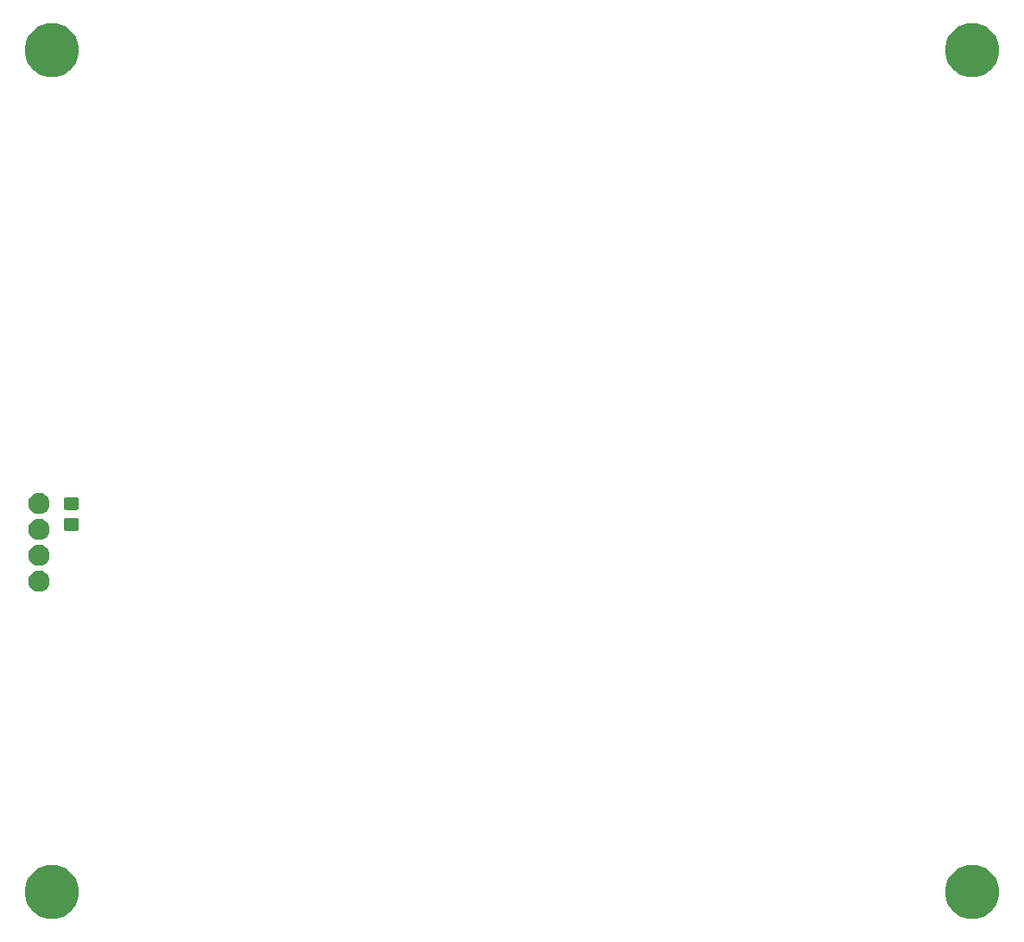
<source format=gbr>
G04 #@! TF.GenerationSoftware,KiCad,Pcbnew,(5.0.2)-1*
G04 #@! TF.CreationDate,2020-07-15T14:53:40-05:00*
G04 #@! TF.ProjectId,ProximityTankOne_Square7Turns,50726f78-696d-4697-9479-54616e6b4f6e,V1*
G04 #@! TF.SameCoordinates,Original*
G04 #@! TF.FileFunction,Soldermask,Top*
G04 #@! TF.FilePolarity,Negative*
%FSLAX46Y46*%
G04 Gerber Fmt 4.6, Leading zero omitted, Abs format (unit mm)*
G04 Created by KiCad (PCBNEW (5.0.2)-1) date 7/15/2020 2:53:40 PM*
%MOMM*%
%LPD*%
G01*
G04 APERTURE LIST*
%ADD10C,0.100000*%
G04 APERTURE END LIST*
D10*
G36*
X29006791Y-108508156D02*
X29348212Y-108576069D01*
X29830623Y-108775890D01*
X30264788Y-109065990D01*
X30634010Y-109435212D01*
X30924110Y-109869377D01*
X31123931Y-110351788D01*
X31225800Y-110863920D01*
X31225800Y-111386080D01*
X31123931Y-111898212D01*
X30924110Y-112380623D01*
X30634010Y-112814788D01*
X30264788Y-113184010D01*
X29830623Y-113474110D01*
X29348212Y-113673931D01*
X29006791Y-113741844D01*
X28836081Y-113775800D01*
X28313919Y-113775800D01*
X28143209Y-113741844D01*
X27801788Y-113673931D01*
X27319377Y-113474110D01*
X26885212Y-113184010D01*
X26515990Y-112814788D01*
X26225890Y-112380623D01*
X26026069Y-111898212D01*
X25924200Y-111386080D01*
X25924200Y-110863920D01*
X26026069Y-110351788D01*
X26225890Y-109869377D01*
X26515990Y-109435212D01*
X26885212Y-109065990D01*
X27319377Y-108775890D01*
X27801788Y-108576069D01*
X28143209Y-108508156D01*
X28313919Y-108474200D01*
X28836081Y-108474200D01*
X29006791Y-108508156D01*
X29006791Y-108508156D01*
G37*
G36*
X119176791Y-108508156D02*
X119518212Y-108576069D01*
X120000623Y-108775890D01*
X120434788Y-109065990D01*
X120804010Y-109435212D01*
X121094110Y-109869377D01*
X121293931Y-110351788D01*
X121395800Y-110863920D01*
X121395800Y-111386080D01*
X121293931Y-111898212D01*
X121094110Y-112380623D01*
X120804010Y-112814788D01*
X120434788Y-113184010D01*
X120000623Y-113474110D01*
X119518212Y-113673931D01*
X119176791Y-113741844D01*
X119006081Y-113775800D01*
X118483919Y-113775800D01*
X118313209Y-113741844D01*
X117971788Y-113673931D01*
X117489377Y-113474110D01*
X117055212Y-113184010D01*
X116685990Y-112814788D01*
X116395890Y-112380623D01*
X116196069Y-111898212D01*
X116094200Y-111386080D01*
X116094200Y-110863920D01*
X116196069Y-110351788D01*
X116395890Y-109869377D01*
X116685990Y-109435212D01*
X117055212Y-109065990D01*
X117489377Y-108775890D01*
X117971788Y-108576069D01*
X118313209Y-108508156D01*
X118483919Y-108474200D01*
X119006081Y-108474200D01*
X119176791Y-108508156D01*
X119176791Y-108508156D01*
G37*
G36*
X27608766Y-79643620D02*
X27798286Y-79722122D01*
X27798288Y-79722123D01*
X27968854Y-79836092D01*
X28113908Y-79981146D01*
X28227877Y-80151712D01*
X28306380Y-80341235D01*
X28346400Y-80542431D01*
X28346400Y-80747569D01*
X28306380Y-80948765D01*
X28227877Y-81138288D01*
X28113908Y-81308854D01*
X27968854Y-81453908D01*
X27798288Y-81567877D01*
X27798287Y-81567878D01*
X27798286Y-81567878D01*
X27608766Y-81646380D01*
X27407569Y-81686400D01*
X27202431Y-81686400D01*
X27001234Y-81646380D01*
X26811714Y-81567878D01*
X26811713Y-81567878D01*
X26811712Y-81567877D01*
X26641146Y-81453908D01*
X26496092Y-81308854D01*
X26382123Y-81138288D01*
X26303620Y-80948765D01*
X26263600Y-80747569D01*
X26263600Y-80542431D01*
X26303620Y-80341235D01*
X26382123Y-80151712D01*
X26496092Y-79981146D01*
X26641146Y-79836092D01*
X26811712Y-79722123D01*
X26811714Y-79722122D01*
X27001234Y-79643620D01*
X27202431Y-79603600D01*
X27407569Y-79603600D01*
X27608766Y-79643620D01*
X27608766Y-79643620D01*
G37*
G36*
X27608766Y-77103620D02*
X27798286Y-77182122D01*
X27798288Y-77182123D01*
X27968854Y-77296092D01*
X28113908Y-77441146D01*
X28227877Y-77611712D01*
X28306380Y-77801235D01*
X28346400Y-78002431D01*
X28346400Y-78207569D01*
X28306380Y-78408765D01*
X28227877Y-78598288D01*
X28113908Y-78768854D01*
X27968854Y-78913908D01*
X27798288Y-79027877D01*
X27798287Y-79027878D01*
X27798286Y-79027878D01*
X27608766Y-79106380D01*
X27407569Y-79146400D01*
X27202431Y-79146400D01*
X27001234Y-79106380D01*
X26811714Y-79027878D01*
X26811713Y-79027878D01*
X26811712Y-79027877D01*
X26641146Y-78913908D01*
X26496092Y-78768854D01*
X26382123Y-78598288D01*
X26303620Y-78408765D01*
X26263600Y-78207569D01*
X26263600Y-78002431D01*
X26303620Y-77801235D01*
X26382123Y-77611712D01*
X26496092Y-77441146D01*
X26641146Y-77296092D01*
X26811712Y-77182123D01*
X26811714Y-77182122D01*
X27001234Y-77103620D01*
X27202431Y-77063600D01*
X27407569Y-77063600D01*
X27608766Y-77103620D01*
X27608766Y-77103620D01*
G37*
G36*
X27608766Y-74563620D02*
X27798286Y-74642122D01*
X27798288Y-74642123D01*
X27968854Y-74756092D01*
X28113908Y-74901146D01*
X28227877Y-75071712D01*
X28306380Y-75261235D01*
X28346400Y-75462431D01*
X28346400Y-75667569D01*
X28306380Y-75868765D01*
X28227877Y-76058288D01*
X28113908Y-76228854D01*
X27968854Y-76373908D01*
X27798288Y-76487877D01*
X27798287Y-76487878D01*
X27798286Y-76487878D01*
X27608766Y-76566380D01*
X27407569Y-76606400D01*
X27202431Y-76606400D01*
X27001234Y-76566380D01*
X26811714Y-76487878D01*
X26811713Y-76487878D01*
X26811712Y-76487877D01*
X26641146Y-76373908D01*
X26496092Y-76228854D01*
X26382123Y-76058288D01*
X26303620Y-75868765D01*
X26263600Y-75667569D01*
X26263600Y-75462431D01*
X26303620Y-75261235D01*
X26382123Y-75071712D01*
X26496092Y-74901146D01*
X26641146Y-74756092D01*
X26811712Y-74642123D01*
X26811714Y-74642122D01*
X27001234Y-74563620D01*
X27202431Y-74523600D01*
X27407569Y-74523600D01*
X27608766Y-74563620D01*
X27608766Y-74563620D01*
G37*
G36*
X31034858Y-74454117D02*
X31080466Y-74467952D01*
X31122502Y-74490420D01*
X31159344Y-74520656D01*
X31189580Y-74557498D01*
X31212048Y-74599534D01*
X31225883Y-74645142D01*
X31230800Y-74695064D01*
X31230800Y-75454936D01*
X31225883Y-75504858D01*
X31212048Y-75550466D01*
X31189580Y-75592502D01*
X31159344Y-75629344D01*
X31122502Y-75659580D01*
X31080466Y-75682048D01*
X31034858Y-75695883D01*
X30984936Y-75700800D01*
X29975064Y-75700800D01*
X29925142Y-75695883D01*
X29879534Y-75682048D01*
X29837498Y-75659580D01*
X29800656Y-75629344D01*
X29770420Y-75592502D01*
X29747952Y-75550466D01*
X29734117Y-75504858D01*
X29729200Y-75454936D01*
X29729200Y-74695064D01*
X29734117Y-74645142D01*
X29747952Y-74599534D01*
X29770420Y-74557498D01*
X29800656Y-74520656D01*
X29837498Y-74490420D01*
X29879534Y-74467952D01*
X29925142Y-74454117D01*
X29975064Y-74449200D01*
X30984936Y-74449200D01*
X31034858Y-74454117D01*
X31034858Y-74454117D01*
G37*
G36*
X27608766Y-72023620D02*
X27798286Y-72102122D01*
X27798288Y-72102123D01*
X27968854Y-72216092D01*
X28113908Y-72361146D01*
X28211698Y-72507498D01*
X28227878Y-72531714D01*
X28306380Y-72721234D01*
X28346400Y-72922431D01*
X28346400Y-73127569D01*
X28306380Y-73328766D01*
X28235259Y-73500466D01*
X28227877Y-73518288D01*
X28113908Y-73688854D01*
X27968854Y-73833908D01*
X27798288Y-73947877D01*
X27798287Y-73947878D01*
X27798286Y-73947878D01*
X27608766Y-74026380D01*
X27407569Y-74066400D01*
X27202431Y-74066400D01*
X27001234Y-74026380D01*
X26811714Y-73947878D01*
X26811713Y-73947878D01*
X26811712Y-73947877D01*
X26641146Y-73833908D01*
X26496092Y-73688854D01*
X26382123Y-73518288D01*
X26374741Y-73500466D01*
X26303620Y-73328766D01*
X26263600Y-73127569D01*
X26263600Y-72922431D01*
X26303620Y-72721234D01*
X26382122Y-72531714D01*
X26398303Y-72507498D01*
X26496092Y-72361146D01*
X26641146Y-72216092D01*
X26811712Y-72102123D01*
X26811714Y-72102122D01*
X27001234Y-72023620D01*
X27202431Y-71983600D01*
X27407569Y-71983600D01*
X27608766Y-72023620D01*
X27608766Y-72023620D01*
G37*
G36*
X31034858Y-72404117D02*
X31080466Y-72417952D01*
X31122502Y-72440420D01*
X31159344Y-72470656D01*
X31189580Y-72507498D01*
X31212048Y-72549534D01*
X31225883Y-72595142D01*
X31230800Y-72645064D01*
X31230800Y-73404936D01*
X31225883Y-73454858D01*
X31212048Y-73500466D01*
X31189580Y-73542502D01*
X31159344Y-73579344D01*
X31122502Y-73609580D01*
X31080466Y-73632048D01*
X31034858Y-73645883D01*
X30984936Y-73650800D01*
X29975064Y-73650800D01*
X29925142Y-73645883D01*
X29879534Y-73632048D01*
X29837498Y-73609580D01*
X29800656Y-73579344D01*
X29770420Y-73542502D01*
X29747952Y-73500466D01*
X29734117Y-73454858D01*
X29729200Y-73404936D01*
X29729200Y-72645064D01*
X29734117Y-72595142D01*
X29747952Y-72549534D01*
X29770420Y-72507498D01*
X29800656Y-72470656D01*
X29837498Y-72440420D01*
X29879534Y-72417952D01*
X29925142Y-72404117D01*
X29975064Y-72399200D01*
X30984936Y-72399200D01*
X31034858Y-72404117D01*
X31034858Y-72404117D01*
G37*
G36*
X119176791Y-25958156D02*
X119518212Y-26026069D01*
X120000623Y-26225890D01*
X120434788Y-26515990D01*
X120804010Y-26885212D01*
X121094110Y-27319377D01*
X121293931Y-27801788D01*
X121395800Y-28313920D01*
X121395800Y-28836080D01*
X121293931Y-29348212D01*
X121094110Y-29830623D01*
X120804010Y-30264788D01*
X120434788Y-30634010D01*
X120000623Y-30924110D01*
X119518212Y-31123931D01*
X119176791Y-31191844D01*
X119006081Y-31225800D01*
X118483919Y-31225800D01*
X118313209Y-31191844D01*
X117971788Y-31123931D01*
X117489377Y-30924110D01*
X117055212Y-30634010D01*
X116685990Y-30264788D01*
X116395890Y-29830623D01*
X116196069Y-29348212D01*
X116094200Y-28836080D01*
X116094200Y-28313920D01*
X116196069Y-27801788D01*
X116395890Y-27319377D01*
X116685990Y-26885212D01*
X117055212Y-26515990D01*
X117489377Y-26225890D01*
X117971788Y-26026069D01*
X118313209Y-25958156D01*
X118483919Y-25924200D01*
X119006081Y-25924200D01*
X119176791Y-25958156D01*
X119176791Y-25958156D01*
G37*
G36*
X29006791Y-25958156D02*
X29348212Y-26026069D01*
X29830623Y-26225890D01*
X30264788Y-26515990D01*
X30634010Y-26885212D01*
X30924110Y-27319377D01*
X31123931Y-27801788D01*
X31225800Y-28313920D01*
X31225800Y-28836080D01*
X31123931Y-29348212D01*
X30924110Y-29830623D01*
X30634010Y-30264788D01*
X30264788Y-30634010D01*
X29830623Y-30924110D01*
X29348212Y-31123931D01*
X29006791Y-31191844D01*
X28836081Y-31225800D01*
X28313919Y-31225800D01*
X28143209Y-31191844D01*
X27801788Y-31123931D01*
X27319377Y-30924110D01*
X26885212Y-30634010D01*
X26515990Y-30264788D01*
X26225890Y-29830623D01*
X26026069Y-29348212D01*
X25924200Y-28836080D01*
X25924200Y-28313920D01*
X26026069Y-27801788D01*
X26225890Y-27319377D01*
X26515990Y-26885212D01*
X26885212Y-26515990D01*
X27319377Y-26225890D01*
X27801788Y-26026069D01*
X28143209Y-25958156D01*
X28313919Y-25924200D01*
X28836081Y-25924200D01*
X29006791Y-25958156D01*
X29006791Y-25958156D01*
G37*
M02*

</source>
